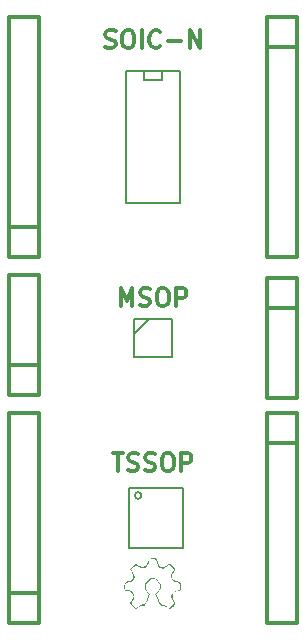
<source format=gto>
G04 (created by PCBNEW (2013-07-07 BZR 4022)-stable) date 1/28/2014 6:44:28 PM*
%MOIN*%
G04 Gerber Fmt 3.4, Leading zero omitted, Abs format*
%FSLAX34Y34*%
G01*
G70*
G90*
G04 APERTURE LIST*
%ADD10C,0.00590551*%
%ADD11C,0.011811*%
%ADD12C,0.005*%
%ADD13C,0.008*%
%ADD14C,0.012*%
%ADD15C,0.0001*%
G04 APERTURE END LIST*
G54D10*
G54D11*
X77911Y-56910D02*
X77995Y-56939D01*
X78136Y-56939D01*
X78192Y-56910D01*
X78220Y-56882D01*
X78248Y-56826D01*
X78248Y-56770D01*
X78220Y-56714D01*
X78192Y-56685D01*
X78136Y-56657D01*
X78023Y-56629D01*
X77967Y-56601D01*
X77939Y-56573D01*
X77911Y-56517D01*
X77911Y-56460D01*
X77939Y-56404D01*
X77967Y-56376D01*
X78023Y-56348D01*
X78164Y-56348D01*
X78248Y-56376D01*
X78614Y-56348D02*
X78726Y-56348D01*
X78782Y-56376D01*
X78839Y-56432D01*
X78867Y-56545D01*
X78867Y-56742D01*
X78839Y-56854D01*
X78782Y-56910D01*
X78726Y-56939D01*
X78614Y-56939D01*
X78557Y-56910D01*
X78501Y-56854D01*
X78473Y-56742D01*
X78473Y-56545D01*
X78501Y-56432D01*
X78557Y-56376D01*
X78614Y-56348D01*
X79120Y-56939D02*
X79120Y-56348D01*
X79739Y-56882D02*
X79710Y-56910D01*
X79626Y-56939D01*
X79570Y-56939D01*
X79485Y-56910D01*
X79429Y-56854D01*
X79401Y-56798D01*
X79373Y-56685D01*
X79373Y-56601D01*
X79401Y-56489D01*
X79429Y-56432D01*
X79485Y-56376D01*
X79570Y-56348D01*
X79626Y-56348D01*
X79710Y-56376D01*
X79739Y-56404D01*
X79992Y-56714D02*
X80442Y-56714D01*
X80723Y-56939D02*
X80723Y-56348D01*
X81060Y-56939D01*
X81060Y-56348D01*
X78417Y-65539D02*
X78417Y-64948D01*
X78614Y-65370D01*
X78811Y-64948D01*
X78811Y-65539D01*
X79064Y-65510D02*
X79148Y-65539D01*
X79289Y-65539D01*
X79345Y-65510D01*
X79373Y-65482D01*
X79401Y-65426D01*
X79401Y-65370D01*
X79373Y-65314D01*
X79345Y-65285D01*
X79289Y-65257D01*
X79176Y-65229D01*
X79120Y-65201D01*
X79092Y-65173D01*
X79064Y-65117D01*
X79064Y-65060D01*
X79092Y-65004D01*
X79120Y-64976D01*
X79176Y-64948D01*
X79317Y-64948D01*
X79401Y-64976D01*
X79767Y-64948D02*
X79879Y-64948D01*
X79935Y-64976D01*
X79992Y-65032D01*
X80020Y-65145D01*
X80020Y-65342D01*
X79992Y-65454D01*
X79935Y-65510D01*
X79879Y-65539D01*
X79767Y-65539D01*
X79710Y-65510D01*
X79654Y-65454D01*
X79626Y-65342D01*
X79626Y-65145D01*
X79654Y-65032D01*
X79710Y-64976D01*
X79767Y-64948D01*
X80273Y-65539D02*
X80273Y-64948D01*
X80498Y-64948D01*
X80554Y-64976D01*
X80582Y-65004D01*
X80610Y-65060D01*
X80610Y-65145D01*
X80582Y-65201D01*
X80554Y-65229D01*
X80498Y-65257D01*
X80273Y-65257D01*
X78164Y-70448D02*
X78501Y-70448D01*
X78332Y-71039D02*
X78332Y-70448D01*
X78670Y-71010D02*
X78754Y-71039D01*
X78895Y-71039D01*
X78951Y-71010D01*
X78979Y-70982D01*
X79007Y-70926D01*
X79007Y-70870D01*
X78979Y-70814D01*
X78951Y-70785D01*
X78895Y-70757D01*
X78782Y-70729D01*
X78726Y-70701D01*
X78698Y-70673D01*
X78670Y-70617D01*
X78670Y-70560D01*
X78698Y-70504D01*
X78726Y-70476D01*
X78782Y-70448D01*
X78923Y-70448D01*
X79007Y-70476D01*
X79232Y-71010D02*
X79317Y-71039D01*
X79457Y-71039D01*
X79514Y-71010D01*
X79542Y-70982D01*
X79570Y-70926D01*
X79570Y-70870D01*
X79542Y-70814D01*
X79514Y-70785D01*
X79457Y-70757D01*
X79345Y-70729D01*
X79289Y-70701D01*
X79260Y-70673D01*
X79232Y-70617D01*
X79232Y-70560D01*
X79260Y-70504D01*
X79289Y-70476D01*
X79345Y-70448D01*
X79485Y-70448D01*
X79570Y-70476D01*
X79935Y-70448D02*
X80048Y-70448D01*
X80104Y-70476D01*
X80160Y-70532D01*
X80188Y-70645D01*
X80188Y-70842D01*
X80160Y-70954D01*
X80104Y-71010D01*
X80048Y-71039D01*
X79935Y-71039D01*
X79879Y-71010D01*
X79823Y-70954D01*
X79795Y-70842D01*
X79795Y-70645D01*
X79823Y-70532D01*
X79879Y-70476D01*
X79935Y-70448D01*
X80442Y-71039D02*
X80442Y-70448D01*
X80667Y-70448D01*
X80723Y-70476D01*
X80751Y-70504D01*
X80779Y-70560D01*
X80779Y-70645D01*
X80751Y-70701D01*
X80723Y-70729D01*
X80667Y-70757D01*
X80442Y-70757D01*
G54D12*
X79111Y-71850D02*
G75*
G03X79111Y-71850I-111J0D01*
G74*
G01*
X80500Y-73600D02*
X80500Y-71600D01*
X80500Y-71600D02*
X78700Y-71600D01*
X78700Y-71600D02*
X78700Y-73600D01*
X78700Y-73600D02*
X80500Y-73600D01*
G54D13*
X79800Y-57700D02*
X79800Y-58000D01*
X79800Y-58000D02*
X79200Y-58000D01*
X79200Y-58000D02*
X79200Y-57700D01*
X80400Y-62100D02*
X78600Y-62100D01*
X78600Y-62100D02*
X78600Y-57700D01*
X78600Y-57700D02*
X80400Y-57700D01*
X80400Y-57700D02*
X80400Y-62100D01*
G54D14*
X84300Y-55900D02*
X84300Y-63900D01*
X84300Y-63900D02*
X83300Y-63900D01*
X83300Y-63900D02*
X83300Y-55900D01*
X83300Y-55900D02*
X84300Y-55900D01*
X83300Y-56900D02*
X84300Y-56900D01*
X74700Y-63900D02*
X74700Y-55900D01*
X74700Y-55900D02*
X75700Y-55900D01*
X75700Y-55900D02*
X75700Y-63900D01*
X75700Y-63900D02*
X74700Y-63900D01*
X75700Y-62900D02*
X74700Y-62900D01*
X84300Y-69100D02*
X84300Y-69100D01*
X84300Y-69100D02*
X84300Y-76100D01*
X84300Y-76100D02*
X83300Y-76100D01*
X83300Y-76100D02*
X83300Y-69100D01*
X83300Y-69100D02*
X84300Y-69100D01*
X83300Y-70100D02*
X83300Y-70100D01*
X83300Y-70100D02*
X84300Y-70100D01*
X74700Y-76100D02*
X74700Y-76100D01*
X74700Y-76100D02*
X74700Y-69100D01*
X74700Y-69100D02*
X75700Y-69100D01*
X75700Y-69100D02*
X75700Y-76100D01*
X75700Y-76100D02*
X74700Y-76100D01*
X75700Y-75100D02*
X75700Y-75100D01*
X75700Y-75100D02*
X74700Y-75100D01*
X84300Y-64600D02*
X84300Y-64600D01*
X83300Y-64600D02*
X84300Y-64600D01*
X84300Y-64600D02*
X84300Y-64600D01*
X84300Y-64600D02*
X84300Y-68600D01*
X84300Y-68600D02*
X83300Y-68600D01*
X83300Y-68600D02*
X83300Y-64600D01*
X83300Y-65600D02*
X84300Y-65600D01*
X74700Y-68500D02*
X74700Y-68500D01*
X75700Y-68500D02*
X74700Y-68500D01*
X74700Y-68500D02*
X74700Y-68500D01*
X74700Y-68500D02*
X74700Y-64500D01*
X74700Y-64500D02*
X75700Y-64500D01*
X75700Y-64500D02*
X75700Y-68500D01*
X75700Y-67500D02*
X74700Y-67500D01*
G54D13*
X78875Y-66475D02*
X79350Y-65975D01*
X78875Y-65975D02*
X78875Y-67225D01*
X78875Y-67225D02*
X80125Y-67225D01*
X80125Y-67225D02*
X80125Y-65975D01*
X80125Y-65975D02*
X78875Y-65975D01*
G54D15*
G36*
X80433Y-74879D02*
X80430Y-74970D01*
X80409Y-75015D01*
X80400Y-75018D01*
X80400Y-74881D01*
X80381Y-74790D01*
X80321Y-74744D01*
X80231Y-74733D01*
X80171Y-74704D01*
X80116Y-74632D01*
X80084Y-74560D01*
X80088Y-74507D01*
X80129Y-74439D01*
X80136Y-74429D01*
X80208Y-74327D01*
X80124Y-74243D01*
X80040Y-74159D01*
X79941Y-74232D01*
X79870Y-74279D01*
X79818Y-74286D01*
X79749Y-74258D01*
X79741Y-74254D01*
X79657Y-74185D01*
X79619Y-74084D01*
X79597Y-74005D01*
X79558Y-73972D01*
X79484Y-73966D01*
X79411Y-73972D01*
X79374Y-74002D01*
X79354Y-74076D01*
X79350Y-74097D01*
X79307Y-74211D01*
X79231Y-74269D01*
X79128Y-74268D01*
X79036Y-74225D01*
X78930Y-74158D01*
X78848Y-74234D01*
X78767Y-74310D01*
X78837Y-74423D01*
X78880Y-74506D01*
X78886Y-74571D01*
X78867Y-74630D01*
X78823Y-74699D01*
X78747Y-74736D01*
X78697Y-74746D01*
X78613Y-74764D01*
X78575Y-74796D01*
X78566Y-74860D01*
X78566Y-74879D01*
X78572Y-74953D01*
X78604Y-74990D01*
X78680Y-75009D01*
X78692Y-75011D01*
X78784Y-75037D01*
X78836Y-75089D01*
X78858Y-75138D01*
X78880Y-75220D01*
X78866Y-75289D01*
X78833Y-75349D01*
X78793Y-75420D01*
X78788Y-75463D01*
X78822Y-75507D01*
X78841Y-75527D01*
X78896Y-75579D01*
X78933Y-75593D01*
X78981Y-75570D01*
X79033Y-75533D01*
X79110Y-75492D01*
X79171Y-75483D01*
X79175Y-75485D01*
X79214Y-75474D01*
X79258Y-75409D01*
X79298Y-75321D01*
X79372Y-75138D01*
X79302Y-75069D01*
X79235Y-74960D01*
X79227Y-74841D01*
X79277Y-74727D01*
X79326Y-74675D01*
X79438Y-74611D01*
X79544Y-74613D01*
X79652Y-74681D01*
X79669Y-74697D01*
X79747Y-74808D01*
X79759Y-74919D01*
X79705Y-75034D01*
X79688Y-75055D01*
X79610Y-75150D01*
X79689Y-75328D01*
X79741Y-75433D01*
X79784Y-75482D01*
X79820Y-75486D01*
X79880Y-75491D01*
X79955Y-75531D01*
X79959Y-75534D01*
X80045Y-75602D01*
X80126Y-75522D01*
X80178Y-75464D01*
X80186Y-75421D01*
X80154Y-75361D01*
X80148Y-75353D01*
X80106Y-75239D01*
X80124Y-75134D01*
X80195Y-75053D01*
X80276Y-75019D01*
X80357Y-74992D01*
X80392Y-74952D01*
X80400Y-74881D01*
X80400Y-75018D01*
X80354Y-75036D01*
X80302Y-75045D01*
X80213Y-75067D01*
X80169Y-75107D01*
X80150Y-75165D01*
X80153Y-75288D01*
X80188Y-75365D01*
X80224Y-75434D01*
X80224Y-75480D01*
X80182Y-75532D01*
X80160Y-75554D01*
X80072Y-75642D01*
X79961Y-75576D01*
X79875Y-75536D01*
X79806Y-75522D01*
X79796Y-75523D01*
X79754Y-75509D01*
X79706Y-75442D01*
X79659Y-75343D01*
X79575Y-75150D01*
X79654Y-75055D01*
X79721Y-74938D01*
X79721Y-74825D01*
X79655Y-74719D01*
X79651Y-74715D01*
X79553Y-74646D01*
X79457Y-74644D01*
X79354Y-74707D01*
X79353Y-74708D01*
X79275Y-74813D01*
X79259Y-74924D01*
X79306Y-75029D01*
X79337Y-75062D01*
X79407Y-75128D01*
X79328Y-75332D01*
X79280Y-75445D01*
X79241Y-75506D01*
X79202Y-75527D01*
X79182Y-75527D01*
X79107Y-75539D01*
X79033Y-75575D01*
X78968Y-75618D01*
X78923Y-75625D01*
X78874Y-75592D01*
X78819Y-75536D01*
X78726Y-75439D01*
X78798Y-75342D01*
X78844Y-75268D01*
X78849Y-75209D01*
X78829Y-75155D01*
X78766Y-75077D01*
X78702Y-75046D01*
X78603Y-75021D01*
X78553Y-74991D01*
X78535Y-74940D01*
X78533Y-74885D01*
X78557Y-74778D01*
X78630Y-74716D01*
X78731Y-74700D01*
X78803Y-74673D01*
X78840Y-74604D01*
X78838Y-74509D01*
X78801Y-74418D01*
X78734Y-74311D01*
X78832Y-74217D01*
X78929Y-74124D01*
X79036Y-74192D01*
X79147Y-74236D01*
X79237Y-74218D01*
X79300Y-74139D01*
X79323Y-74070D01*
X79347Y-73993D01*
X79386Y-73956D01*
X79464Y-73941D01*
X79489Y-73939D01*
X79577Y-73936D01*
X79620Y-73955D01*
X79640Y-74013D01*
X79648Y-74060D01*
X79690Y-74177D01*
X79761Y-74238D01*
X79854Y-74240D01*
X79932Y-74200D01*
X80015Y-74148D01*
X80072Y-74141D01*
X80128Y-74181D01*
X80160Y-74216D01*
X80215Y-74287D01*
X80226Y-74339D01*
X80192Y-74400D01*
X80169Y-74430D01*
X80124Y-74530D01*
X80140Y-74618D01*
X80212Y-74684D01*
X80301Y-74713D01*
X80383Y-74729D01*
X80421Y-74758D01*
X80432Y-74821D01*
X80433Y-74879D01*
X80433Y-74879D01*
X80433Y-74879D01*
G37*
M02*

</source>
